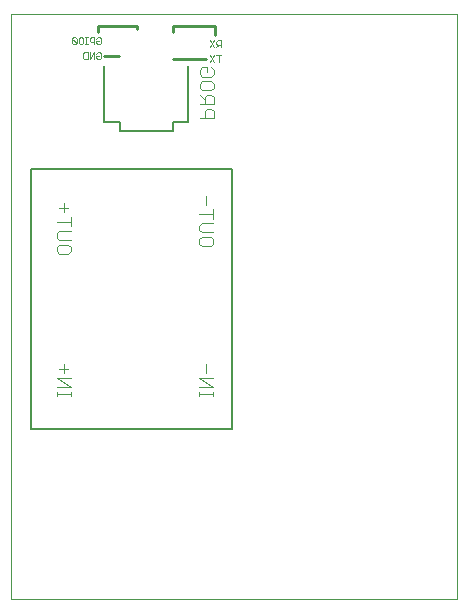
<source format=gbo>
G75*
%MOIN*%
%OFA0B0*%
%FSLAX25Y25*%
%IPPOS*%
%LPD*%
%AMOC8*
5,1,8,0,0,1.08239X$1,22.5*
%
%ADD10C,0.00000*%
%ADD11C,0.00200*%
%ADD12C,0.01000*%
%ADD13C,0.00500*%
%ADD14C,0.00400*%
%ADD15C,0.00800*%
D10*
X0002874Y0017345D02*
X0002874Y0212306D01*
X0151575Y0212306D01*
X0151575Y0017345D01*
X0002874Y0017345D01*
D11*
X0027253Y0197445D02*
X0026886Y0197812D01*
X0026886Y0199280D01*
X0027253Y0199647D01*
X0028354Y0199647D01*
X0028354Y0197445D01*
X0027253Y0197445D01*
X0029096Y0197445D02*
X0029096Y0199647D01*
X0030564Y0199647D02*
X0029096Y0197445D01*
X0030564Y0197445D02*
X0030564Y0199647D01*
X0031306Y0199280D02*
X0031673Y0199647D01*
X0032407Y0199647D01*
X0032774Y0199280D01*
X0032774Y0197812D01*
X0032407Y0197445D01*
X0031673Y0197445D01*
X0031306Y0197812D01*
X0031306Y0198546D01*
X0032040Y0198546D01*
X0031673Y0202445D02*
X0031306Y0202812D01*
X0031306Y0203546D01*
X0032040Y0203546D01*
X0031306Y0204280D02*
X0031673Y0204647D01*
X0032407Y0204647D01*
X0032774Y0204280D01*
X0032774Y0202812D01*
X0032407Y0202445D01*
X0031673Y0202445D01*
X0030564Y0202445D02*
X0030564Y0204647D01*
X0029463Y0204647D01*
X0029096Y0204280D01*
X0029096Y0203546D01*
X0029463Y0203179D01*
X0030564Y0203179D01*
X0028354Y0202445D02*
X0027620Y0202445D01*
X0027987Y0202445D02*
X0027987Y0204647D01*
X0028354Y0204647D02*
X0027620Y0204647D01*
X0026881Y0204280D02*
X0026881Y0202812D01*
X0026514Y0202445D01*
X0025780Y0202445D01*
X0025413Y0202812D01*
X0025413Y0204280D01*
X0025780Y0204647D01*
X0026514Y0204647D01*
X0026881Y0204280D01*
X0024671Y0204280D02*
X0024671Y0202812D01*
X0023203Y0204280D01*
X0023203Y0202812D01*
X0023570Y0202445D01*
X0024304Y0202445D01*
X0024671Y0202812D01*
X0024671Y0204280D02*
X0024304Y0204647D01*
X0023570Y0204647D01*
X0023203Y0204280D01*
X0069096Y0203647D02*
X0070564Y0201445D01*
X0071306Y0201445D02*
X0072040Y0202179D01*
X0071673Y0202179D02*
X0072774Y0202179D01*
X0072774Y0201445D02*
X0072774Y0203647D01*
X0071673Y0203647D01*
X0071306Y0203280D01*
X0071306Y0202546D01*
X0071673Y0202179D01*
X0070564Y0203647D02*
X0069096Y0201445D01*
X0069096Y0198647D02*
X0070564Y0196445D01*
X0069096Y0196445D02*
X0070564Y0198647D01*
X0071306Y0198647D02*
X0072774Y0198647D01*
X0072040Y0198647D02*
X0072040Y0196445D01*
D12*
X0067874Y0197345D02*
X0056874Y0197345D01*
X0056874Y0206345D02*
X0056874Y0208345D01*
X0070874Y0208345D01*
X0070874Y0205345D01*
X0044874Y0207345D02*
X0044874Y0208345D01*
X0031874Y0208345D01*
X0031874Y0206345D01*
X0033874Y0198345D02*
X0038874Y0198345D01*
D13*
X0009409Y0160652D02*
X0009409Y0074038D01*
X0076339Y0074038D01*
X0076339Y0160652D01*
X0009409Y0160652D01*
D14*
X0018841Y0147891D02*
X0021911Y0147891D01*
X0020376Y0146357D02*
X0020376Y0149426D01*
X0022678Y0144822D02*
X0022678Y0141753D01*
X0022678Y0143287D02*
X0018074Y0143287D01*
X0018841Y0140218D02*
X0022678Y0140218D01*
X0022678Y0137149D02*
X0018841Y0137149D01*
X0018074Y0137916D01*
X0018074Y0139451D01*
X0018841Y0140218D01*
X0018841Y0135614D02*
X0021911Y0135614D01*
X0022678Y0134847D01*
X0022678Y0133312D01*
X0021911Y0132545D01*
X0018841Y0132545D01*
X0018074Y0133312D01*
X0018074Y0134847D01*
X0018841Y0135614D01*
X0020376Y0095787D02*
X0020376Y0092718D01*
X0021911Y0094253D02*
X0018841Y0094253D01*
X0018074Y0091183D02*
X0022678Y0091183D01*
X0022678Y0088114D02*
X0018074Y0091183D01*
X0018074Y0088114D02*
X0022678Y0088114D01*
X0022678Y0086580D02*
X0022678Y0085045D01*
X0022678Y0085812D02*
X0018074Y0085812D01*
X0018074Y0085045D02*
X0018074Y0086580D01*
X0065574Y0086580D02*
X0065574Y0085045D01*
X0065574Y0085812D02*
X0070178Y0085812D01*
X0070178Y0085045D02*
X0070178Y0086580D01*
X0070178Y0088114D02*
X0065574Y0091183D01*
X0070178Y0091183D01*
X0067876Y0092718D02*
X0067876Y0095787D01*
X0065574Y0088114D02*
X0070178Y0088114D01*
X0069411Y0135045D02*
X0066341Y0135045D01*
X0065574Y0135812D01*
X0065574Y0137347D01*
X0066341Y0138114D01*
X0069411Y0138114D01*
X0070178Y0137347D01*
X0070178Y0135812D01*
X0069411Y0135045D01*
X0070178Y0139649D02*
X0066341Y0139649D01*
X0065574Y0140416D01*
X0065574Y0141951D01*
X0066341Y0142718D01*
X0070178Y0142718D01*
X0070178Y0144253D02*
X0070178Y0147322D01*
X0070178Y0145787D02*
X0065574Y0145787D01*
X0067876Y0148857D02*
X0067876Y0151926D01*
X0067325Y0177781D02*
X0067325Y0180083D01*
X0068093Y0180850D01*
X0069627Y0180850D01*
X0070394Y0180083D01*
X0070394Y0177781D01*
X0065791Y0177781D01*
X0065791Y0182385D02*
X0070394Y0182385D01*
X0070394Y0184687D01*
X0069627Y0185454D01*
X0068093Y0185454D01*
X0067325Y0184687D01*
X0067325Y0182385D01*
X0067325Y0183920D02*
X0065791Y0185454D01*
X0066558Y0186989D02*
X0065791Y0187756D01*
X0065791Y0189291D01*
X0066558Y0190058D01*
X0069627Y0190058D01*
X0070394Y0189291D01*
X0070394Y0187756D01*
X0069627Y0186989D01*
X0066558Y0186989D01*
X0066558Y0191593D02*
X0065791Y0192360D01*
X0065791Y0193895D01*
X0066558Y0194662D01*
X0068093Y0194662D01*
X0068093Y0193128D01*
X0069627Y0194662D02*
X0070394Y0193895D01*
X0070394Y0192360D01*
X0069627Y0191593D01*
X0066558Y0191593D01*
D15*
X0061850Y0195298D02*
X0061850Y0176400D01*
X0056732Y0176400D01*
X0056732Y0173447D01*
X0039016Y0173447D01*
X0039016Y0176400D01*
X0033898Y0176400D01*
X0033898Y0195298D01*
M02*

</source>
